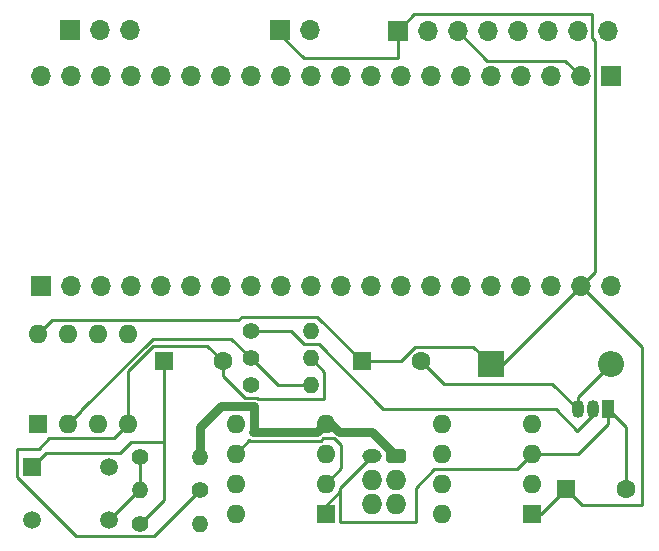
<source format=gbr>
%TF.GenerationSoftware,KiCad,Pcbnew,7.0.7*%
%TF.CreationDate,2023-11-13T10:05:20-05:00*%
%TF.ProjectId,Capstone-board-v1,43617073-746f-46e6-952d-626f6172642d,rev?*%
%TF.SameCoordinates,Original*%
%TF.FileFunction,Copper,L1,Top*%
%TF.FilePolarity,Positive*%
%FSLAX46Y46*%
G04 Gerber Fmt 4.6, Leading zero omitted, Abs format (unit mm)*
G04 Created by KiCad (PCBNEW 7.0.7) date 2023-11-13 10:05:20*
%MOMM*%
%LPD*%
G01*
G04 APERTURE LIST*
G04 Aperture macros list*
%AMRoundRect*
0 Rectangle with rounded corners*
0 $1 Rounding radius*
0 $2 $3 $4 $5 $6 $7 $8 $9 X,Y pos of 4 corners*
0 Add a 4 corners polygon primitive as box body*
4,1,4,$2,$3,$4,$5,$6,$7,$8,$9,$2,$3,0*
0 Add four circle primitives for the rounded corners*
1,1,$1+$1,$2,$3*
1,1,$1+$1,$4,$5*
1,1,$1+$1,$6,$7*
1,1,$1+$1,$8,$9*
0 Add four rect primitives between the rounded corners*
20,1,$1+$1,$2,$3,$4,$5,0*
20,1,$1+$1,$4,$5,$6,$7,0*
20,1,$1+$1,$6,$7,$8,$9,0*
20,1,$1+$1,$8,$9,$2,$3,0*%
G04 Aperture macros list end*
%TA.AperFunction,ComponentPad*%
%ADD10RoundRect,0.250000X-0.575000X0.350000X-0.575000X-0.350000X0.575000X-0.350000X0.575000X0.350000X0*%
%TD*%
%TA.AperFunction,ComponentPad*%
%ADD11O,1.650000X1.200000*%
%TD*%
%TA.AperFunction,ComponentPad*%
%ADD12O,1.750000X1.750000*%
%TD*%
%TA.AperFunction,ComponentPad*%
%ADD13O,1.700000X1.700000*%
%TD*%
%TA.AperFunction,ComponentPad*%
%ADD14R,1.700000X1.700000*%
%TD*%
%TA.AperFunction,ComponentPad*%
%ADD15C,1.508000*%
%TD*%
%TA.AperFunction,ComponentPad*%
%ADD16R,1.508000X1.508000*%
%TD*%
%TA.AperFunction,ComponentPad*%
%ADD17O,1.050000X1.500000*%
%TD*%
%TA.AperFunction,ComponentPad*%
%ADD18R,1.050000X1.500000*%
%TD*%
%TA.AperFunction,ComponentPad*%
%ADD19C,1.400000*%
%TD*%
%TA.AperFunction,ComponentPad*%
%ADD20O,1.400000X1.400000*%
%TD*%
%TA.AperFunction,ComponentPad*%
%ADD21O,1.600000X1.600000*%
%TD*%
%TA.AperFunction,ComponentPad*%
%ADD22R,1.600000X1.600000*%
%TD*%
%TA.AperFunction,ComponentPad*%
%ADD23C,1.600000*%
%TD*%
%TA.AperFunction,ComponentPad*%
%ADD24O,2.200000X2.200000*%
%TD*%
%TA.AperFunction,ComponentPad*%
%ADD25R,2.200000X2.200000*%
%TD*%
%TA.AperFunction,Conductor*%
%ADD26C,0.250000*%
%TD*%
%TA.AperFunction,Conductor*%
%ADD27C,0.750000*%
%TD*%
G04 APERTURE END LIST*
D10*
%TO.P,BT1,1,+*%
%TO.N,VCC*%
X54740000Y-59600000D03*
D11*
%TO.P,BT1,2,-*%
%TO.N,Earth*%
X52740000Y-59600000D03*
D12*
%TO.P,BT1,3*%
%TO.N,N/C*%
X54740000Y-61600000D03*
%TO.P,BT1,4*%
X52740000Y-61600000D03*
%TO.P,BT1,5*%
X54740000Y-63600000D03*
%TO.P,BT1,6*%
X52740000Y-63600000D03*
%TD*%
D13*
%TO.P,M1,2,-*%
%TO.N,Net-(D1-A)*%
X47480000Y-23540000D03*
D14*
%TO.P,M1,1,+*%
%TO.N,Net-(D1-K)*%
X44940000Y-23540000D03*
%TD*%
D13*
%TO.P,U3,3,GND*%
%TO.N,Earth*%
X32200000Y-23470000D03*
%TO.P,U3,2,VOUT*%
%TO.N,Net-(U3-VOUT)*%
X29660000Y-23470000D03*
D14*
%TO.P,U3,1,VCC*%
%TO.N,Net-(U1-IN)*%
X27120000Y-23470000D03*
%TD*%
D15*
%TO.P,S1,4*%
%TO.N,Net-(U2-THR)*%
X30428000Y-64988000D03*
%TO.P,S1,3*%
%TO.N,unconnected-(S1-Pad3)*%
X23928000Y-64988000D03*
%TO.P,S1,2*%
%TO.N,unconnected-(S1-Pad2)*%
X30428000Y-60488000D03*
D16*
%TO.P,S1,1*%
%TO.N,Net-(C1-Pad1)*%
X23928000Y-60488000D03*
%TD*%
D17*
%TO.P,Q1,3,C*%
%TO.N,Net-(D1-A)*%
X70104000Y-55626000D03*
%TO.P,Q1,2,B*%
%TO.N,Net-(Q1-B)*%
X71374000Y-55626000D03*
D18*
%TO.P,Q1,1,E*%
%TO.N,Earth*%
X72644000Y-55626000D03*
%TD*%
D19*
%TO.P,R4,1*%
%TO.N,Net-(Q1-B)*%
X42418000Y-49022000D03*
D20*
%TO.P,R4,2*%
%TO.N,Net-(J1-Pin_17)*%
X47498000Y-49022000D03*
%TD*%
D21*
%TO.P,U2,8,VCC*%
%TO.N,VCC*%
X41148000Y-64470500D03*
%TO.P,U2,7,DIS*%
%TO.N,unconnected-(U2-DIS-Pad7)*%
X41148000Y-61930500D03*
%TO.P,U2,6,THR*%
%TO.N,Net-(U2-THR)*%
X41148000Y-59390500D03*
%TO.P,U2,5,CV*%
%TO.N,unconnected-(U2-CV-Pad5)*%
X41148000Y-56850500D03*
%TO.P,U2,4,R*%
%TO.N,VCC*%
X48768000Y-56850500D03*
%TO.P,U2,3,Q*%
%TO.N,Net-(U1-IN)*%
X48768000Y-59390500D03*
%TO.P,U2,2,TR*%
%TO.N,Net-(U2-THR)*%
X48768000Y-61930500D03*
D22*
%TO.P,U2,1,GND*%
%TO.N,Earth*%
X48768000Y-64470500D03*
%TD*%
D21*
%TO.P,U1,8,IN*%
%TO.N,Net-(U1-IN)*%
X58664000Y-64506000D03*
%TO.P,U1,7,NC*%
%TO.N,unconnected-(U1-NC-Pad7)*%
X58664000Y-61966000D03*
%TO.P,U1,6,NC*%
%TO.N,unconnected-(U1-NC-Pad6)*%
X58664000Y-59426000D03*
%TO.P,U1,5,\u002ASHDN*%
%TO.N,unconnected-(U1-\u002ASHDN-Pad5)*%
X58664000Y-56886000D03*
%TO.P,U1,4,NC*%
%TO.N,unconnected-(U1-NC-Pad4)*%
X66284000Y-56886000D03*
%TO.P,U1,3,GND*%
%TO.N,Earth*%
X66284000Y-59426000D03*
%TO.P,U1,2,NC/ADJ*%
%TO.N,unconnected-(U1-NC{slash}ADJ-Pad2)*%
X66284000Y-61966000D03*
D22*
%TO.P,U1,1,OUT*%
%TO.N,Net-(D1-K)*%
X66284000Y-64506000D03*
%TD*%
D23*
%TO.P,C1,2*%
%TO.N,Earth*%
X40092000Y-51562000D03*
D22*
%TO.P,C1,1*%
%TO.N,Net-(C1-Pad1)*%
X35092000Y-51562000D03*
%TD*%
D19*
%TO.P,R6,1*%
%TO.N,Net-(J1-Pin_20)*%
X42418000Y-53594000D03*
D20*
%TO.P,R6,2*%
%TO.N,Net-(U4--)*%
X47498000Y-53594000D03*
%TD*%
D19*
%TO.P,R2,1*%
%TO.N,Earth*%
X38130000Y-62480000D03*
D20*
%TO.P,R2,2*%
%TO.N,Net-(U2-THR)*%
X33050000Y-62480000D03*
%TD*%
D19*
%TO.P,R3,1*%
%TO.N,Net-(U2-THR)*%
X33020000Y-59644500D03*
D20*
%TO.P,R3,2*%
%TO.N,VCC*%
X38100000Y-59644500D03*
%TD*%
D22*
%TO.P,C3,1*%
%TO.N,Net-(D1-K)*%
X51856000Y-51562000D03*
D23*
%TO.P,C3,2*%
%TO.N,Net-(D1-A)*%
X56856000Y-51562000D03*
%TD*%
D22*
%TO.P,U4,1*%
%TO.N,Net-(J1-Pin_20)*%
X24394000Y-56886000D03*
D21*
%TO.P,U4,2,-*%
%TO.N,Net-(U4--)*%
X26934000Y-56886000D03*
%TO.P,U4,3,+*%
%TO.N,Net-(U3-VOUT)*%
X29474000Y-56886000D03*
%TO.P,U4,4,V-*%
%TO.N,Earth*%
X32014000Y-56886000D03*
%TO.P,U4,5*%
%TO.N,N/C*%
X32014000Y-49266000D03*
%TO.P,U4,6*%
X29474000Y-49266000D03*
%TO.P,U4,7*%
X26934000Y-49266000D03*
%TO.P,U4,8,V+*%
%TO.N,Net-(D1-K)*%
X24394000Y-49266000D03*
%TD*%
D13*
%TO.P,J3,8,Pin_8*%
%TO.N,unconnected-(J3-Pin_8-Pad8)*%
X72644000Y-23622000D03*
%TO.P,J3,7,Pin_7*%
%TO.N,unconnected-(J3-Pin_7-Pad7)*%
X70104000Y-23622000D03*
%TO.P,J3,6,Pin_6*%
%TO.N,unconnected-(J3-Pin_6-Pad6)*%
X67564000Y-23622000D03*
%TO.P,J3,5,Pin_5*%
%TO.N,unconnected-(J3-Pin_5-Pad5)*%
X65024000Y-23622000D03*
%TO.P,J3,4,Pin_4*%
%TO.N,Net-(J1-Pin_1)*%
X62484000Y-23622000D03*
%TO.P,J3,3,Pin_3*%
%TO.N,Net-(J1-Pin_2)*%
X59944000Y-23622000D03*
%TO.P,J3,2,Pin_2*%
%TO.N,Earth*%
X57404000Y-23622000D03*
D14*
%TO.P,J3,1,Pin_1*%
%TO.N,Net-(D1-K)*%
X54864000Y-23622000D03*
%TD*%
D13*
%TO.P,J1,20,Pin_20*%
%TO.N,Net-(J1-Pin_20)*%
X24638000Y-27432000D03*
%TO.P,J1,19,Pin_19*%
%TO.N,unconnected-(J1-Pin_19-Pad19)*%
X27178000Y-27432000D03*
%TO.P,J1,18,Pin_18*%
%TO.N,unconnected-(J1-Pin_18-Pad18)*%
X29718000Y-27432000D03*
%TO.P,J1,17,Pin_17*%
%TO.N,Net-(J1-Pin_17)*%
X32258000Y-27432000D03*
%TO.P,J1,16,Pin_16*%
%TO.N,unconnected-(J1-Pin_16-Pad16)*%
X34798000Y-27432000D03*
%TO.P,J1,15,Pin_15*%
%TO.N,unconnected-(J1-Pin_15-Pad15)*%
X37338000Y-27432000D03*
%TO.P,J1,14,Pin_14*%
%TO.N,unconnected-(J1-Pin_14-Pad14)*%
X39878000Y-27432000D03*
%TO.P,J1,13,Pin_13*%
%TO.N,unconnected-(J1-Pin_13-Pad13)*%
X42418000Y-27432000D03*
%TO.P,J1,12,Pin_12*%
%TO.N,unconnected-(J1-Pin_12-Pad12)*%
X44958000Y-27432000D03*
%TO.P,J1,11,Pin_11*%
%TO.N,unconnected-(J1-Pin_11-Pad11)*%
X47498000Y-27432000D03*
%TO.P,J1,10,Pin_10*%
%TO.N,unconnected-(J1-Pin_10-Pad10)*%
X50038000Y-27432000D03*
%TO.P,J1,9,Pin_9*%
%TO.N,unconnected-(J1-Pin_9-Pad9)*%
X52578000Y-27432000D03*
%TO.P,J1,8,Pin_8*%
%TO.N,unconnected-(J1-Pin_8-Pad8)*%
X55118000Y-27432000D03*
%TO.P,J1,7,Pin_7*%
%TO.N,unconnected-(J1-Pin_7-Pad7)*%
X57658000Y-27432000D03*
%TO.P,J1,6,Pin_6*%
%TO.N,unconnected-(J1-Pin_6-Pad6)*%
X60198000Y-27432000D03*
%TO.P,J1,5,Pin_5*%
%TO.N,unconnected-(J1-Pin_5-Pad5)*%
X62738000Y-27432000D03*
%TO.P,J1,4,Pin_4*%
%TO.N,unconnected-(J1-Pin_4-Pad4)*%
X65278000Y-27432000D03*
%TO.P,J1,3,Pin_3*%
%TO.N,Earth*%
X67818000Y-27432000D03*
%TO.P,J1,2,Pin_2*%
%TO.N,Net-(J1-Pin_2)*%
X70358000Y-27432000D03*
D14*
%TO.P,J1,1,Pin_1*%
%TO.N,Net-(J1-Pin_1)*%
X72898000Y-27432000D03*
%TD*%
D19*
%TO.P,R5,1*%
%TO.N,Net-(U4--)*%
X42418000Y-51308000D03*
D20*
%TO.P,R5,2*%
%TO.N,Earth*%
X47498000Y-51308000D03*
%TD*%
D13*
%TO.P,J2,20,Pin_20*%
%TO.N,unconnected-(J2-Pin_20-Pad20)*%
X72974200Y-45212000D03*
%TO.P,J2,19,Pin_19*%
%TO.N,Net-(D1-K)*%
X70434200Y-45212000D03*
%TO.P,J2,18,Pin_18*%
%TO.N,unconnected-(J2-Pin_18-Pad18)*%
X67894200Y-45212000D03*
%TO.P,J2,17,Pin_17*%
%TO.N,unconnected-(J2-Pin_17-Pad17)*%
X65354200Y-45212000D03*
%TO.P,J2,16,Pin_16*%
%TO.N,unconnected-(J2-Pin_16-Pad16)*%
X62814200Y-45212000D03*
%TO.P,J2,15,Pin_15*%
%TO.N,unconnected-(J2-Pin_15-Pad15)*%
X60274200Y-45212000D03*
%TO.P,J2,14,Pin_14*%
%TO.N,unconnected-(J2-Pin_14-Pad14)*%
X57734200Y-45212000D03*
%TO.P,J2,13,Pin_13*%
%TO.N,unconnected-(J2-Pin_13-Pad13)*%
X55194200Y-45212000D03*
%TO.P,J2,12,Pin_12*%
%TO.N,unconnected-(J2-Pin_12-Pad12)*%
X52654200Y-45212000D03*
%TO.P,J2,11,Pin_11*%
%TO.N,unconnected-(J2-Pin_11-Pad11)*%
X50114200Y-45212000D03*
%TO.P,J2,10,Pin_10*%
%TO.N,unconnected-(J2-Pin_10-Pad10)*%
X47574200Y-45212000D03*
%TO.P,J2,9,Pin_9*%
%TO.N,unconnected-(J2-Pin_9-Pad9)*%
X45034200Y-45212000D03*
%TO.P,J2,8,Pin_8*%
%TO.N,unconnected-(J2-Pin_8-Pad8)*%
X42494200Y-45212000D03*
%TO.P,J2,7,Pin_7*%
%TO.N,unconnected-(J2-Pin_7-Pad7)*%
X39954200Y-45212000D03*
%TO.P,J2,6,Pin_6*%
%TO.N,unconnected-(J2-Pin_6-Pad6)*%
X37414200Y-45212000D03*
%TO.P,J2,5,Pin_5*%
%TO.N,unconnected-(J2-Pin_5-Pad5)*%
X34874200Y-45212000D03*
%TO.P,J2,4,Pin_4*%
%TO.N,unconnected-(J2-Pin_4-Pad4)*%
X32334200Y-45212000D03*
%TO.P,J2,3,Pin_3*%
%TO.N,unconnected-(J2-Pin_3-Pad3)*%
X29794200Y-45212000D03*
%TO.P,J2,2,Pin_2*%
%TO.N,unconnected-(J2-Pin_2-Pad2)*%
X27254200Y-45212000D03*
D14*
%TO.P,J2,1,Pin_1*%
%TO.N,unconnected-(J2-Pin_1-Pad1)*%
X24714200Y-45212000D03*
%TD*%
D23*
%TO.P,C2,2*%
%TO.N,Earth*%
X74168000Y-62378000D03*
D22*
%TO.P,C2,1*%
%TO.N,Net-(D1-K)*%
X69168000Y-62378000D03*
%TD*%
D24*
%TO.P,D1,2,A*%
%TO.N,Net-(D1-A)*%
X72898000Y-51816000D03*
D25*
%TO.P,D1,1,K*%
%TO.N,Net-(D1-K)*%
X62738000Y-51816000D03*
%TD*%
D19*
%TO.P,R1,1*%
%TO.N,Net-(C1-Pad1)*%
X33050000Y-65300000D03*
D20*
%TO.P,R1,2*%
%TO.N,Net-(U1-IN)*%
X38130000Y-65300000D03*
%TD*%
D26*
%TO.N,Net-(D1-K)*%
X70510000Y-63720000D02*
X69168000Y-62378000D01*
X75540000Y-63720000D02*
X70510000Y-63720000D01*
X75540000Y-50317800D02*
X75540000Y-63720000D01*
X70434200Y-45212000D02*
X75540000Y-50317800D01*
D27*
%TO.N,VCC*%
X52660000Y-57520000D02*
X54740000Y-59600000D01*
X49270450Y-56850500D02*
X49939950Y-57520000D01*
X49939950Y-57520000D02*
X52660000Y-57520000D01*
X48768000Y-56850500D02*
X49270450Y-56850500D01*
D26*
%TO.N,Earth*%
X50030000Y-65120000D02*
X50030000Y-62540000D01*
X56410000Y-62270000D02*
X56410000Y-65120000D01*
X57974000Y-60706000D02*
X56410000Y-62270000D01*
X56410000Y-65120000D02*
X50030000Y-65120000D01*
X65004000Y-60706000D02*
X57974000Y-60706000D01*
X66284000Y-59426000D02*
X65004000Y-60706000D01*
X50030000Y-62540000D02*
X48768000Y-63802000D01*
X50030000Y-62310000D02*
X50030000Y-62540000D01*
X48768000Y-63802000D02*
X48768000Y-64470500D01*
X52740000Y-59600000D02*
X50030000Y-62310000D01*
%TO.N,Net-(D1-K)*%
X44940000Y-23890000D02*
X44940000Y-23540000D01*
X46910000Y-25860000D02*
X44940000Y-23890000D01*
D27*
%TO.N,VCC*%
X48053000Y-57565500D02*
X42668456Y-57565500D01*
X42670000Y-57563956D02*
X42670000Y-55370000D01*
X38100000Y-57150000D02*
X38100000Y-59644500D01*
X48768000Y-56850500D02*
X48053000Y-57565500D01*
X39880000Y-55370000D02*
X38100000Y-57150000D01*
X42670000Y-55370000D02*
X39880000Y-55370000D01*
X42668456Y-57565500D02*
X42670000Y-57563956D01*
D26*
%TO.N,Earth*%
X42959949Y-54670000D02*
X41970000Y-54670000D01*
X27662000Y-66380000D02*
X22660000Y-61378000D01*
X32014000Y-56886000D02*
X32014000Y-52390000D01*
X41970000Y-54670000D02*
X40092000Y-52792000D01*
X70114000Y-59426000D02*
X72644000Y-56896000D01*
X30820000Y-58080000D02*
X32014000Y-56886000D01*
X43069949Y-54780000D02*
X42959949Y-54670000D01*
X74168000Y-57150000D02*
X72644000Y-55626000D01*
X48640000Y-52450000D02*
X48640000Y-54780000D01*
X40092000Y-52792000D02*
X40092000Y-51562000D01*
X38130000Y-62480000D02*
X34230000Y-66380000D01*
X66284000Y-59426000D02*
X70114000Y-59426000D01*
X24481000Y-58959000D02*
X25360000Y-58080000D01*
X72644000Y-56896000D02*
X72644000Y-55626000D01*
X25360000Y-58080000D02*
X30820000Y-58080000D01*
X74168000Y-62378000D02*
X74168000Y-57150000D01*
X32014000Y-52390000D02*
X34184000Y-50220000D01*
X47498000Y-51308000D02*
X48640000Y-52450000D01*
X34184000Y-50220000D02*
X38750000Y-50220000D01*
X48640000Y-54780000D02*
X43069949Y-54780000D01*
X38750000Y-50220000D02*
X40092000Y-51562000D01*
X34230000Y-66380000D02*
X27662000Y-66380000D01*
X22660000Y-58959000D02*
X24481000Y-58959000D01*
X22660000Y-61378000D02*
X22660000Y-58959000D01*
%TO.N,Net-(C1-Pad1)*%
X33050000Y-65300000D02*
X35092000Y-63258000D01*
X35092000Y-63258000D02*
X35092000Y-58420000D01*
X31370000Y-59340000D02*
X32290000Y-58420000D01*
X35092000Y-58420000D02*
X35092000Y-51562000D01*
X32906500Y-64988000D02*
X33008000Y-64886500D01*
X23928000Y-60488000D02*
X25076000Y-59340000D01*
X25076000Y-59340000D02*
X31370000Y-59340000D01*
X32290000Y-58420000D02*
X35092000Y-58420000D01*
%TO.N,Net-(D1-K)*%
X70434200Y-45212000D02*
X71620000Y-44026200D01*
X56350000Y-50330000D02*
X61252000Y-50330000D01*
X48064000Y-47770000D02*
X51856000Y-51562000D01*
X71370000Y-22190000D02*
X56296000Y-22190000D01*
X25570000Y-48090000D02*
X41360000Y-48090000D01*
X63830200Y-51816000D02*
X70434200Y-45212000D01*
X71620000Y-44026200D02*
X71620000Y-24410000D01*
X61252000Y-50330000D02*
X62738000Y-51816000D01*
X56296000Y-22190000D02*
X54864000Y-23622000D01*
X41360000Y-48090000D02*
X41680000Y-47770000D01*
X55118000Y-51562000D02*
X56350000Y-50330000D01*
X67040000Y-64506000D02*
X69168000Y-62378000D01*
X51856000Y-51562000D02*
X55118000Y-51562000D01*
X54864000Y-25860000D02*
X46910000Y-25860000D01*
X41680000Y-47770000D02*
X48064000Y-47770000D01*
X66284000Y-64506000D02*
X67040000Y-64506000D01*
X71620000Y-24410000D02*
X71370000Y-24160000D01*
X54864000Y-23622000D02*
X54864000Y-25860000D01*
X62738000Y-51816000D02*
X63830200Y-51816000D01*
X71370000Y-24160000D02*
X71370000Y-22190000D01*
X24394000Y-49266000D02*
X25570000Y-48090000D01*
%TO.N,Net-(D1-A)*%
X67948000Y-53470000D02*
X58764000Y-53470000D01*
X70104000Y-54610000D02*
X72898000Y-51816000D01*
X70104000Y-55626000D02*
X67948000Y-53470000D01*
X70104000Y-55626000D02*
X70104000Y-54610000D01*
X58764000Y-53470000D02*
X56856000Y-51562000D01*
%TO.N,Net-(J1-Pin_2)*%
X59944000Y-23622000D02*
X62432000Y-26110000D01*
X69036000Y-26110000D02*
X70358000Y-27432000D01*
X62432000Y-26110000D02*
X69036000Y-26110000D01*
%TO.N,Net-(Q1-B)*%
X71374000Y-56136000D02*
X71374000Y-55626000D01*
X70095000Y-57415000D02*
X71374000Y-56136000D01*
X42418000Y-49022000D02*
X45842000Y-49022000D01*
X45842000Y-49022000D02*
X46950000Y-50130000D01*
X68306000Y-55626000D02*
X70095000Y-57415000D01*
X48174000Y-50130000D02*
X53670000Y-55626000D01*
X46950000Y-50130000D02*
X48174000Y-50130000D01*
X53670000Y-55626000D02*
X68306000Y-55626000D01*
%TO.N,Net-(U2-THR)*%
X40894000Y-59644500D02*
X41148000Y-59390500D01*
X50090000Y-58660000D02*
X49520000Y-58090000D01*
X33050000Y-59674500D02*
X33020000Y-59644500D01*
X50090000Y-60608500D02*
X50090000Y-58660000D01*
X30428000Y-64988000D02*
X32936000Y-62480000D01*
X49520000Y-58090000D02*
X48518450Y-58090000D01*
X48768000Y-61930500D02*
X50090000Y-60608500D01*
X32936000Y-62480000D02*
X33050000Y-62480000D01*
X48342949Y-58265500D02*
X42378507Y-58265500D01*
X30428000Y-64776500D02*
X30428000Y-64988000D01*
X33050000Y-62480000D02*
X33050000Y-59674500D01*
X48518450Y-58090000D02*
X48342949Y-58265500D01*
X42325753Y-58212747D02*
X41148000Y-59390500D01*
X42378507Y-58265500D02*
X42325753Y-58212747D01*
X33020000Y-62396000D02*
X33020000Y-62184500D01*
%TO.N,Net-(U1-IN)*%
X48768000Y-59481500D02*
X48768000Y-59390500D01*
X48629500Y-59390500D02*
X48768000Y-59390500D01*
%TO.N,Net-(U4--)*%
X28059000Y-55761000D02*
X28059000Y-55708604D01*
X26934000Y-56886000D02*
X28059000Y-55761000D01*
X42418000Y-51308000D02*
X44704000Y-53594000D01*
X40740000Y-49630000D02*
X42418000Y-51308000D01*
X44704000Y-53594000D02*
X47498000Y-53594000D01*
X34137604Y-49630000D02*
X40740000Y-49630000D01*
X28059000Y-55708604D02*
X34137604Y-49630000D01*
%TD*%
M02*

</source>
